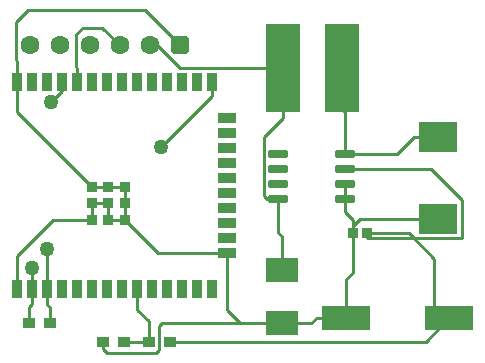
<source format=gtl>
G04*
G04 #@! TF.GenerationSoftware,Altium Limited,Altium Designer,24.2.2 (26)*
G04*
G04 Layer_Physical_Order=1*
G04 Layer_Color=255*
%FSLAX44Y44*%
%MOMM*%
G71*
G04*
G04 #@! TF.SameCoordinates,4FBEA47C-08EE-4C05-AA3B-087DA5EAA6FD*
G04*
G04*
G04 #@! TF.FilePolarity,Positive*
G04*
G01*
G75*
%ADD13C,0.2540*%
%ADD15R,3.3000X2.5000*%
%ADD16R,4.1000X2.0000*%
%ADD17R,0.8578X0.8621*%
%ADD18R,2.8000X2.0000*%
%ADD19R,1.0000X0.9000*%
%ADD20R,0.9000X0.9000*%
%ADD21R,1.5000X0.9000*%
%ADD22R,0.9000X1.5000*%
%ADD23R,3.0000X7.5000*%
G04:AMPARAMS|DCode=24|XSize=0.65mm|YSize=1.65mm|CornerRadius=0.0488mm|HoleSize=0mm|Usage=FLASHONLY|Rotation=90.000|XOffset=0mm|YOffset=0mm|HoleType=Round|Shape=RoundedRectangle|*
%AMROUNDEDRECTD24*
21,1,0.6500,1.5525,0,0,90.0*
21,1,0.5525,1.6500,0,0,90.0*
1,1,0.0975,0.7763,0.2763*
1,1,0.0975,0.7763,-0.2763*
1,1,0.0975,-0.7763,-0.2763*
1,1,0.0975,-0.7763,0.2763*
%
%ADD24ROUNDEDRECTD24*%
%ADD30C,1.6000*%
G04:AMPARAMS|DCode=31|XSize=1.6mm|YSize=1.6mm|CornerRadius=0.4mm|HoleSize=0mm|Usage=FLASHONLY|Rotation=180.000|XOffset=0mm|YOffset=0mm|HoleType=Round|Shape=RoundedRectangle|*
%AMROUNDEDRECTD31*
21,1,1.6000,0.8000,0,0,180.0*
21,1,0.8000,1.6000,0,0,180.0*
1,1,0.8000,-0.4000,0.4000*
1,1,0.8000,0.4000,0.4000*
1,1,0.8000,0.4000,-0.4000*
1,1,0.8000,-0.4000,-0.4000*
%
%ADD31ROUNDEDRECTD31*%
%ADD32C,1.2700*%
D13*
X295460Y131572D02*
Y136906D01*
X134234Y49398D02*
X199776D01*
X188722Y60452D02*
Y108950D01*
X188762D01*
X130512D02*
X188722D01*
X347218Y121412D02*
X364744Y103886D01*
X342884Y125746D02*
X347218Y121412D01*
X364744Y53864D02*
Y103886D01*
X347218Y121412D02*
X388112D01*
X307504D02*
X347218D01*
X123952Y284734D02*
X130048D01*
X149082Y265700D01*
X236096D01*
X23862Y78600D02*
Y96280D01*
X36562Y78600D02*
Y112014D01*
X49262Y245872D02*
Y253600D01*
X39744Y236354D02*
X49262Y245872D01*
X11162Y253600D02*
Y271794D01*
X10414Y272542D02*
X11162Y271794D01*
X10414Y272542D02*
Y304292D01*
X20574Y314452D01*
X119634D01*
X149352Y284734D01*
X41535Y137100D02*
X74362D01*
X11162Y106727D02*
X41535Y137100D01*
X11162Y78600D02*
Y106727D01*
X84218Y27432D02*
Y33782D01*
Y27432D02*
X87266Y24384D01*
X129032D01*
X131826Y27178D01*
Y46990D01*
X134234Y49398D01*
X307504Y121412D02*
Y125746D01*
X388112Y121412D02*
Y154178D01*
X362188Y180102D02*
X388112Y154178D01*
X288838Y180102D02*
X362188D01*
X61962Y253600D02*
Y265698D01*
X61214Y266446D02*
X61962Y265698D01*
X61214Y266446D02*
Y294132D01*
X66802Y299720D01*
X83566D01*
X98552Y284734D01*
X176262Y241822D02*
Y253600D01*
X133463Y199023D02*
X176262Y241822D01*
X140716Y33782D02*
X357158D01*
X377240Y53864D01*
X364744D02*
X377240D01*
X307504Y125746D02*
X342884D01*
X188722Y60452D02*
X199776Y49398D01*
X235442D01*
X11162Y228300D02*
Y253600D01*
Y228300D02*
X74362Y165100D01*
X102362Y137100D02*
X130512Y108950D01*
X347174Y206728D02*
X367776D01*
X333248Y192802D02*
X347174Y206728D01*
X288838Y192802D02*
X333248D01*
X301616Y137728D02*
X367776D01*
X295460Y131572D02*
X301616Y137728D01*
X295460Y125746D02*
Y131572D01*
X236096Y223396D02*
Y265700D01*
X220218Y207518D02*
X236096Y223396D01*
X220218Y157496D02*
Y207518D01*
Y157496D02*
X223012Y154702D01*
X232338D01*
X288838Y143528D02*
Y154702D01*
Y143528D02*
X295460Y136906D01*
X288838Y154702D02*
Y167402D01*
X295460Y92342D02*
Y125746D01*
X290240Y87122D02*
X295460Y92342D01*
X290240Y53864D02*
Y87122D01*
X265070Y53864D02*
X290240D01*
X260604Y49398D02*
X265070Y53864D01*
X235442Y49398D02*
X260604D01*
X74362Y165100D02*
X88362D01*
X102362D01*
Y151100D02*
Y165100D01*
X74362Y137100D02*
Y151100D01*
X102362Y137100D02*
Y151100D01*
X74362D02*
X88362D01*
Y137100D02*
X102362D01*
X88362D02*
Y151100D01*
X112762Y61008D02*
Y78600D01*
Y61008D02*
X122716Y51054D01*
Y33782D02*
Y51054D01*
X102218Y33782D02*
X122716D01*
X232338Y126040D02*
Y154702D01*
Y126040D02*
X235442Y122936D01*
Y94398D02*
Y122936D01*
X23862Y65628D02*
Y78600D01*
X21226Y62992D02*
X23862Y65628D01*
X21226Y50038D02*
Y62992D01*
X286096Y230580D02*
Y265700D01*
Y230580D02*
X288838Y227838D01*
Y192802D02*
Y227838D01*
X36562Y65402D02*
Y78600D01*
Y65402D02*
X39226Y62738D01*
Y50038D02*
Y62738D01*
D15*
X367776Y137728D02*
D03*
Y206728D02*
D03*
D16*
X377240Y53864D02*
D03*
X290240D02*
D03*
D17*
X295460Y125746D02*
D03*
X307504D02*
D03*
D18*
X235442Y94398D02*
D03*
Y49398D02*
D03*
D19*
X39226Y50038D02*
D03*
X21226D02*
D03*
X102218Y33782D02*
D03*
X84218D02*
D03*
X140716D02*
D03*
X122716D02*
D03*
D20*
X102362Y165100D02*
D03*
Y151100D02*
D03*
Y137100D02*
D03*
X88362Y165100D02*
D03*
Y151100D02*
D03*
Y137100D02*
D03*
X74362Y165100D02*
D03*
Y151100D02*
D03*
Y137100D02*
D03*
D21*
X188762Y223250D02*
D03*
Y210550D02*
D03*
Y197850D02*
D03*
Y185150D02*
D03*
Y172450D02*
D03*
Y159750D02*
D03*
Y147050D02*
D03*
Y134350D02*
D03*
Y121650D02*
D03*
Y108950D02*
D03*
D22*
X11162Y253600D02*
D03*
X23862D02*
D03*
X36562D02*
D03*
X49262D02*
D03*
X61962D02*
D03*
X74662D02*
D03*
X87362D02*
D03*
X100062D02*
D03*
X112762D02*
D03*
X125462D02*
D03*
X138162D02*
D03*
X150862D02*
D03*
X163562D02*
D03*
X176262D02*
D03*
Y78600D02*
D03*
X163562D02*
D03*
X150862D02*
D03*
X138162D02*
D03*
X125462D02*
D03*
X112762D02*
D03*
X100062D02*
D03*
X87362D02*
D03*
X74662D02*
D03*
X61962D02*
D03*
X49262D02*
D03*
X36562D02*
D03*
X23862D02*
D03*
X11162D02*
D03*
D23*
X236096Y265700D02*
D03*
X286096D02*
D03*
D24*
X288838Y154702D02*
D03*
Y167402D02*
D03*
Y180102D02*
D03*
Y192802D02*
D03*
X232338Y154702D02*
D03*
Y167402D02*
D03*
Y180102D02*
D03*
Y192802D02*
D03*
D30*
X22352Y284734D02*
D03*
X47752D02*
D03*
X98552D02*
D03*
X123952D02*
D03*
X73152D02*
D03*
D31*
X149352D02*
D03*
D32*
X23862Y96280D02*
D03*
X36562Y112014D02*
D03*
X39744Y236354D02*
D03*
X133463Y199023D02*
D03*
M02*

</source>
